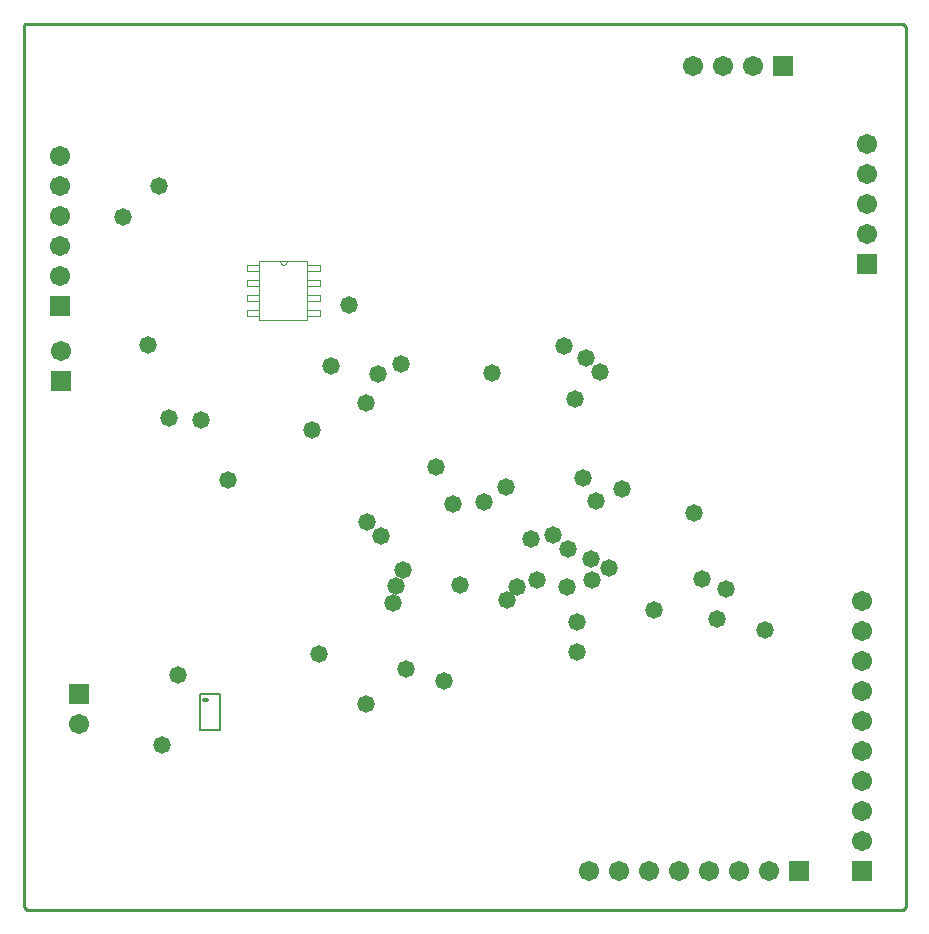
<source format=gbs>
G04*
G04 #@! TF.GenerationSoftware,Altium Limited,Altium Designer,18.1.7 (191)*
G04*
G04 Layer_Color=16711935*
%FSLAX25Y25*%
%MOIN*%
G70*
G01*
G75*
%ADD13C,0.01181*%
%ADD16C,0.00500*%
%ADD17C,0.01000*%
%ADD18C,0.00000*%
%ADD47R,0.06706X0.06706*%
%ADD48C,0.06706*%
%ADD49R,0.06706X0.06706*%
%ADD50C,0.05800*%
D13*
X161043Y169524D02*
X160256D01*
X161043D01*
D16*
X165346Y159650D02*
Y171461D01*
X158654Y159650D02*
X165346D01*
X158654D02*
Y171461D01*
X165346D01*
D17*
X394000Y100500D02*
Y394000D01*
X393000Y99500D02*
X394000Y100500D01*
X101000Y99500D02*
X393000D01*
X100000Y100500D02*
X101000Y99500D01*
X100000Y100500D02*
Y394500D01*
X100500Y395000D01*
X393000D01*
X394000Y394000D01*
D18*
X185300Y315800D02*
X185652Y314951D01*
X186500Y314600D01*
X187348Y314951D01*
X187700Y315800D01*
X178600Y296200D02*
Y315800D01*
X185300D01*
X187700D01*
X194400D01*
Y296200D02*
Y315800D01*
X178600Y296200D02*
X194400D01*
Y314500D02*
X198700D01*
Y312500D02*
Y314500D01*
X194400Y312500D02*
X198700D01*
X194400D02*
Y314500D01*
Y309500D02*
X198700D01*
Y307500D02*
Y309500D01*
X194400Y307500D02*
X198700D01*
X194400D02*
Y309500D01*
Y304500D02*
X198700D01*
Y302500D02*
Y304500D01*
X194400Y302500D02*
X198700D01*
X194400D02*
Y304500D01*
Y299500D02*
X198700D01*
Y297500D02*
Y299500D01*
X194400Y297500D02*
X198700D01*
X194400D02*
Y299500D01*
X174300Y297500D02*
X178600D01*
X174300D02*
Y299500D01*
X178600D01*
Y297500D02*
Y299500D01*
X174300Y302500D02*
X178600D01*
X174300D02*
Y304500D01*
X178600D01*
Y302500D02*
Y304500D01*
X174300Y307500D02*
X178600D01*
X174300D02*
Y309500D01*
X178600D01*
Y307500D02*
Y309500D01*
X174300Y312500D02*
X178600D01*
X174300D02*
Y314500D01*
X178600D01*
Y312500D02*
Y314500D01*
D47*
X112500Y276000D02*
D03*
X118500Y171500D02*
D03*
X379500Y112500D02*
D03*
X381000Y315000D02*
D03*
X112000Y300870D02*
D03*
D48*
X112500Y286000D02*
D03*
X118500Y161500D02*
D03*
X379500Y132500D02*
D03*
Y202500D02*
D03*
Y192500D02*
D03*
Y182500D02*
D03*
Y172500D02*
D03*
Y162500D02*
D03*
Y152500D02*
D03*
Y142500D02*
D03*
Y122500D02*
D03*
X288500Y112500D02*
D03*
X298500D02*
D03*
X308500D02*
D03*
X318500D02*
D03*
X328500D02*
D03*
X338500D02*
D03*
X348500D02*
D03*
X381000Y325000D02*
D03*
Y335000D02*
D03*
Y345000D02*
D03*
Y355000D02*
D03*
X343000Y381000D02*
D03*
X333000D02*
D03*
X323000D02*
D03*
X112000Y310870D02*
D03*
Y320870D02*
D03*
Y330870D02*
D03*
Y340870D02*
D03*
Y350870D02*
D03*
D49*
X358500Y112500D02*
D03*
X353000Y381000D02*
D03*
D50*
X299374Y240000D02*
D03*
X323292Y231792D02*
D03*
X290692Y235792D02*
D03*
X214046Y168213D02*
D03*
X284500Y195500D02*
D03*
Y185500D02*
D03*
X295000Y213500D02*
D03*
X310000Y199500D02*
D03*
X196213Y259500D02*
D03*
X218000Y278200D02*
D03*
X225799Y281701D02*
D03*
X168000Y243000D02*
D03*
X214046Y268546D02*
D03*
X260923Y240500D02*
D03*
X253594Y235594D02*
D03*
X237406Y247094D02*
D03*
X255956Y278500D02*
D03*
X243000Y235000D02*
D03*
X286484Y243484D02*
D03*
X269000Y223216D02*
D03*
X264382Y207335D02*
D03*
X276500Y224457D02*
D03*
X226500Y213000D02*
D03*
X224000Y207500D02*
D03*
X223000Y201961D02*
D03*
X271235Y209500D02*
D03*
X281154Y207335D02*
D03*
X289500Y209500D02*
D03*
X281323Y219823D02*
D03*
X289000Y216500D02*
D03*
X334000Y206500D02*
D03*
X326000Y210000D02*
D03*
X202597Y281000D02*
D03*
X208500Y301200D02*
D03*
X240000Y176000D02*
D03*
X148500Y263500D02*
D03*
X159157Y262843D02*
D03*
X227500Y180000D02*
D03*
X141500Y288000D02*
D03*
X133000Y330500D02*
D03*
X219000Y224177D02*
D03*
X145000Y340870D02*
D03*
X214500Y228953D02*
D03*
X283665Y269979D02*
D03*
X292000Y279000D02*
D03*
X287500Y283500D02*
D03*
X280000Y287500D02*
D03*
X198299Y185000D02*
D03*
X347000Y192862D02*
D03*
X331161Y196661D02*
D03*
X245500Y208000D02*
D03*
X151500Y178000D02*
D03*
X146000Y154500D02*
D03*
X261039Y202961D02*
D03*
M02*

</source>
